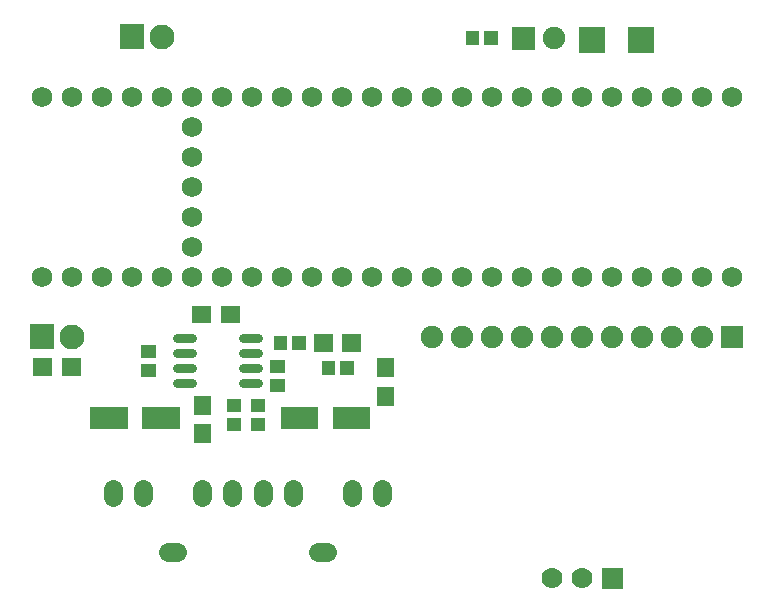
<source format=gts>
G04 Layer: TopSolderMaskLayer*
G04 EasyEDA v6.4.19.5, 2021-06-08T16:18:50+02:00*
G04 4e34ef463dd44b9695d7138247dbe7fd,563db0ff5b334ec4995e7372edb549dc,10*
G04 Gerber Generator version 0.2*
G04 Scale: 100 percent, Rotated: No, Reflected: No *
G04 Dimensions in millimeters *
G04 leading zeros omitted , absolute positions ,4 integer and 5 decimal *
%FSLAX45Y45*%
%MOMM*%

%ADD37C,1.6016*%
%ADD38C,0.8016*%
%ADD40C,2.1016*%
%ADD44C,1.9016*%
%ADD47C,1.7272*%
%ADD49C,1.7780*%
%ADD53C,1.9032*%

%LPD*%
D37*
X4652899Y9124200D02*
G01*
X4652899Y9054200D01*
X3652900Y9124200D02*
G01*
X3652900Y9054200D01*
X4402912Y9054200D02*
G01*
X4402912Y9124200D01*
X3902913Y9054200D02*
G01*
X3902913Y9124200D01*
X4117901Y8589200D02*
G01*
X4187901Y8589200D01*
X5922899Y9124200D02*
G01*
X5922899Y9054200D01*
X4922900Y9124200D02*
G01*
X4922900Y9054200D01*
X5672912Y9054200D02*
G01*
X5672912Y9124200D01*
X5172913Y9054200D02*
G01*
X5172913Y9124200D01*
X5387901Y8589200D02*
G01*
X5457901Y8589200D01*
D38*
X4878908Y10020297D02*
G01*
X4748908Y10020297D01*
X4878908Y10147297D02*
G01*
X4748908Y10147297D01*
X4878908Y10274297D02*
G01*
X4748908Y10274297D01*
X4878908Y10401297D02*
G01*
X4748908Y10401297D01*
X4318914Y10020297D02*
G01*
X4188914Y10020297D01*
X4318914Y10147297D02*
G01*
X4188914Y10147297D01*
X4318914Y10274297D02*
G01*
X4188914Y10274297D01*
X4318914Y10401297D02*
G01*
X4188914Y10401297D01*
G36*
X3704843Y12848844D02*
G01*
X3704843Y13059155D01*
X3915156Y13059155D01*
X3915156Y12848844D01*
G37*
D40*
G01*
X4064000Y12954000D03*
G36*
X5508243Y9638029D02*
G01*
X5508243Y9818370D01*
X5828538Y9818370D01*
X5828538Y9638029D01*
G37*
G36*
X5068061Y9638029D02*
G01*
X5068061Y9818370D01*
X5388356Y9818370D01*
X5388356Y9638029D01*
G37*
G36*
X3895343Y9638029D02*
G01*
X3895343Y9818370D01*
X4215638Y9818370D01*
X4215638Y9638029D01*
G37*
G36*
X3455161Y9638029D02*
G01*
X3455161Y9818370D01*
X3775456Y9818370D01*
X3775456Y9638029D01*
G37*
G36*
X3214877Y10086847D02*
G01*
X3214877Y10232897D01*
X3375152Y10232897D01*
X3375152Y10086847D01*
G37*
G36*
X2974847Y10086847D02*
G01*
X2974847Y10232897D01*
X3135122Y10232897D01*
X3135122Y10086847D01*
G37*
G36*
X8007604Y12818363D02*
G01*
X8007604Y13038836D01*
X8228075Y13038836D01*
X8228075Y12818363D01*
G37*
G36*
X7596124Y12818363D02*
G01*
X7596124Y13038836D01*
X7816595Y13038836D01*
X7816595Y12818363D01*
G37*
D44*
G01*
X7378700Y12941300D03*
G36*
X7029704Y12846304D02*
G01*
X7029704Y13036295D01*
X7219695Y13036295D01*
X7219695Y12846304D01*
G37*
G36*
X2942843Y10308844D02*
G01*
X2942843Y10519155D01*
X3153156Y10519155D01*
X3153156Y10308844D01*
G37*
D40*
G01*
X3302000Y10414000D03*
G36*
X6633972Y12881102D02*
G01*
X6633972Y13001497D01*
X6744208Y13001497D01*
X6744208Y12881102D01*
G37*
G36*
X6793991Y12881102D02*
G01*
X6793991Y13001497D01*
X6904227Y13001497D01*
X6904227Y12881102D01*
G37*
D47*
G01*
X8890000Y12446000D03*
G01*
X8636000Y12446000D03*
G01*
X8382000Y12446000D03*
G01*
X8128000Y12446000D03*
G01*
X7874000Y12446000D03*
G01*
X7620000Y12446000D03*
G01*
X7366000Y12446000D03*
G01*
X7112000Y12446000D03*
G01*
X6858000Y12446000D03*
G01*
X6604000Y12446000D03*
G01*
X6350000Y12446000D03*
G01*
X6096000Y12446000D03*
G01*
X5842000Y12446000D03*
G01*
X5588000Y12446000D03*
G01*
X5334000Y12446000D03*
G01*
X5080000Y12446000D03*
G01*
X4826000Y12446000D03*
G01*
X4572000Y12446000D03*
G01*
X4318000Y12446000D03*
G01*
X4064000Y12446000D03*
G01*
X3810000Y12446000D03*
G01*
X3556000Y12446000D03*
G01*
X3302000Y12446000D03*
G01*
X3048000Y12446000D03*
G01*
X3048000Y10922000D03*
G01*
X3302000Y10922000D03*
G01*
X3556000Y10922000D03*
G01*
X3810000Y10922000D03*
G01*
X4064000Y10922000D03*
G01*
X4318000Y10922000D03*
G01*
X4572000Y10922000D03*
G01*
X4826000Y10922000D03*
G01*
X5080000Y10922000D03*
G01*
X5334000Y10922000D03*
G01*
X5588000Y10922000D03*
G01*
X5842000Y10922000D03*
G01*
X6096000Y10922000D03*
G01*
X6350000Y10922000D03*
G01*
X6604000Y10922000D03*
G01*
X6858000Y10922000D03*
G01*
X7112000Y10922000D03*
G01*
X7366000Y10922000D03*
G01*
X7620000Y10922000D03*
G01*
X7874000Y10922000D03*
G01*
X8128000Y10922000D03*
G01*
X8382000Y10922000D03*
G01*
X8636000Y10922000D03*
G01*
X8890000Y10922000D03*
G01*
X4318000Y12192000D03*
G01*
X4318000Y11938000D03*
G01*
X4318000Y11684000D03*
G01*
X4318000Y11430000D03*
G01*
X4318000Y11176000D03*
G36*
X4613402Y9618471D02*
G01*
X4613402Y9728708D01*
X4733797Y9728708D01*
X4733797Y9618471D01*
G37*
G36*
X4613402Y9778492D02*
G01*
X4613402Y9888728D01*
X4733797Y9888728D01*
X4733797Y9778492D01*
G37*
G36*
X4981702Y9948671D02*
G01*
X4981702Y10058908D01*
X5102097Y10058908D01*
X5102097Y9948671D01*
G37*
G36*
X4981702Y10108692D02*
G01*
X4981702Y10218928D01*
X5102097Y10218928D01*
X5102097Y10108692D01*
G37*
G36*
X5008372Y10303002D02*
G01*
X5008372Y10423397D01*
X5118608Y10423397D01*
X5118608Y10303002D01*
G37*
G36*
X5168391Y10303002D02*
G01*
X5168391Y10423397D01*
X5278627Y10423397D01*
X5278627Y10303002D01*
G37*
G36*
X4816602Y9618471D02*
G01*
X4816602Y9728708D01*
X4936997Y9728708D01*
X4936997Y9618471D01*
G37*
G36*
X4816602Y9778492D02*
G01*
X4816602Y9888728D01*
X4936997Y9888728D01*
X4936997Y9778492D01*
G37*
G36*
X5574791Y10087102D02*
G01*
X5574791Y10207497D01*
X5685027Y10207497D01*
X5685027Y10087102D01*
G37*
G36*
X5414772Y10087102D02*
G01*
X5414772Y10207497D01*
X5525008Y10207497D01*
X5525008Y10087102D01*
G37*
G36*
X3889502Y10075671D02*
G01*
X3889502Y10185908D01*
X4009897Y10185908D01*
X4009897Y10075671D01*
G37*
G36*
X3889502Y10235692D02*
G01*
X3889502Y10345928D01*
X4009897Y10345928D01*
X4009897Y10235692D01*
G37*
D49*
G01*
X7366000Y8369300D03*
G01*
X7620000Y8369300D03*
G36*
X7785100Y8280400D02*
G01*
X7785100Y8458200D01*
X7962900Y8458200D01*
X7962900Y8280400D01*
G37*
G36*
X5883402Y10072878D02*
G01*
X5883402Y10233152D01*
X6029452Y10233152D01*
X6029452Y10072878D01*
G37*
G36*
X5883402Y9832847D02*
G01*
X5883402Y9993121D01*
X6029452Y9993121D01*
X6029452Y9832847D01*
G37*
G36*
X5349747Y10290047D02*
G01*
X5349747Y10436097D01*
X5510022Y10436097D01*
X5510022Y10290047D01*
G37*
G36*
X5589777Y10290047D02*
G01*
X5589777Y10436097D01*
X5750052Y10436097D01*
X5750052Y10290047D01*
G37*
G36*
X4334002Y9755378D02*
G01*
X4334002Y9915652D01*
X4480052Y9915652D01*
X4480052Y9755378D01*
G37*
G36*
X4334002Y9515347D02*
G01*
X4334002Y9675621D01*
X4480052Y9675621D01*
X4480052Y9515347D01*
G37*
G36*
X4561077Y10531347D02*
G01*
X4561077Y10677397D01*
X4721352Y10677397D01*
X4721352Y10531347D01*
G37*
G36*
X4321047Y10531347D02*
G01*
X4321047Y10677397D01*
X4481322Y10677397D01*
X4481322Y10531347D01*
G37*
G36*
X8794750Y10318750D02*
G01*
X8794750Y10509250D01*
X8985250Y10509250D01*
X8985250Y10318750D01*
G37*
D53*
G01*
X8636000Y10414000D03*
G01*
X8382000Y10414000D03*
G01*
X8128000Y10414000D03*
G01*
X7874000Y10414000D03*
G01*
X7620000Y10414000D03*
G01*
X7366000Y10414000D03*
G01*
X7112000Y10414000D03*
G01*
X6858000Y10414000D03*
G01*
X6604000Y10414000D03*
G01*
X6350000Y10414000D03*
M02*

</source>
